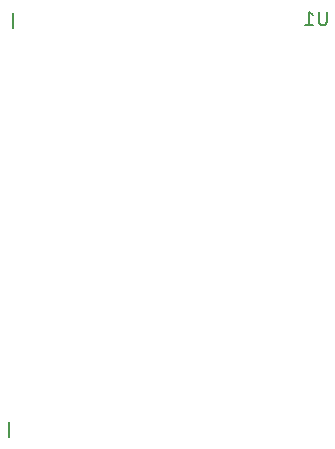
<source format=gbr>
G04 EAGLE Gerber RS-274X export*
G75*
%MOMM*%
%FSLAX34Y34*%
%LPD*%
%INSilkscreen Bottom*%
%IPPOS*%
%AMOC8*
5,1,8,0,0,1.08239X$1,22.5*%
G01*
%ADD10C,0.127000*%
%ADD11C,0.203200*%


D10*
X347723Y511361D02*
X347723Y503106D01*
X347721Y502995D01*
X347715Y502885D01*
X347706Y502774D01*
X347692Y502664D01*
X347675Y502555D01*
X347654Y502446D01*
X347629Y502338D01*
X347600Y502231D01*
X347568Y502125D01*
X347532Y502020D01*
X347492Y501917D01*
X347449Y501815D01*
X347402Y501714D01*
X347351Y501615D01*
X347298Y501518D01*
X347241Y501424D01*
X347180Y501331D01*
X347117Y501240D01*
X347050Y501151D01*
X346980Y501065D01*
X346907Y500982D01*
X346832Y500900D01*
X346754Y500822D01*
X346672Y500747D01*
X346589Y500674D01*
X346503Y500604D01*
X346414Y500537D01*
X346323Y500474D01*
X346230Y500413D01*
X346135Y500356D01*
X346039Y500303D01*
X345940Y500252D01*
X345839Y500205D01*
X345737Y500162D01*
X345634Y500122D01*
X345529Y500086D01*
X345423Y500054D01*
X345316Y500025D01*
X345208Y500000D01*
X345099Y499979D01*
X344990Y499962D01*
X344880Y499948D01*
X344769Y499939D01*
X344659Y499933D01*
X344548Y499931D01*
X344437Y499933D01*
X344327Y499939D01*
X344216Y499948D01*
X344106Y499962D01*
X343997Y499979D01*
X343888Y500000D01*
X343780Y500025D01*
X343673Y500054D01*
X343567Y500086D01*
X343462Y500122D01*
X343359Y500162D01*
X343257Y500205D01*
X343156Y500252D01*
X343057Y500303D01*
X342961Y500356D01*
X342866Y500413D01*
X342773Y500474D01*
X342682Y500537D01*
X342593Y500604D01*
X342507Y500674D01*
X342424Y500747D01*
X342342Y500822D01*
X342264Y500900D01*
X342189Y500982D01*
X342116Y501065D01*
X342046Y501151D01*
X341979Y501240D01*
X341916Y501331D01*
X341855Y501424D01*
X341798Y501519D01*
X341745Y501615D01*
X341694Y501714D01*
X341647Y501815D01*
X341604Y501917D01*
X341564Y502020D01*
X341528Y502125D01*
X341496Y502231D01*
X341467Y502338D01*
X341442Y502446D01*
X341421Y502555D01*
X341404Y502664D01*
X341390Y502774D01*
X341381Y502885D01*
X341375Y502995D01*
X341373Y503106D01*
X341373Y511361D01*
X335912Y508821D02*
X332737Y511361D01*
X332737Y499931D01*
X335912Y499931D02*
X329562Y499931D01*
D11*
X78930Y163830D02*
X78930Y151130D01*
X81740Y497840D02*
X81740Y510540D01*
M02*

</source>
